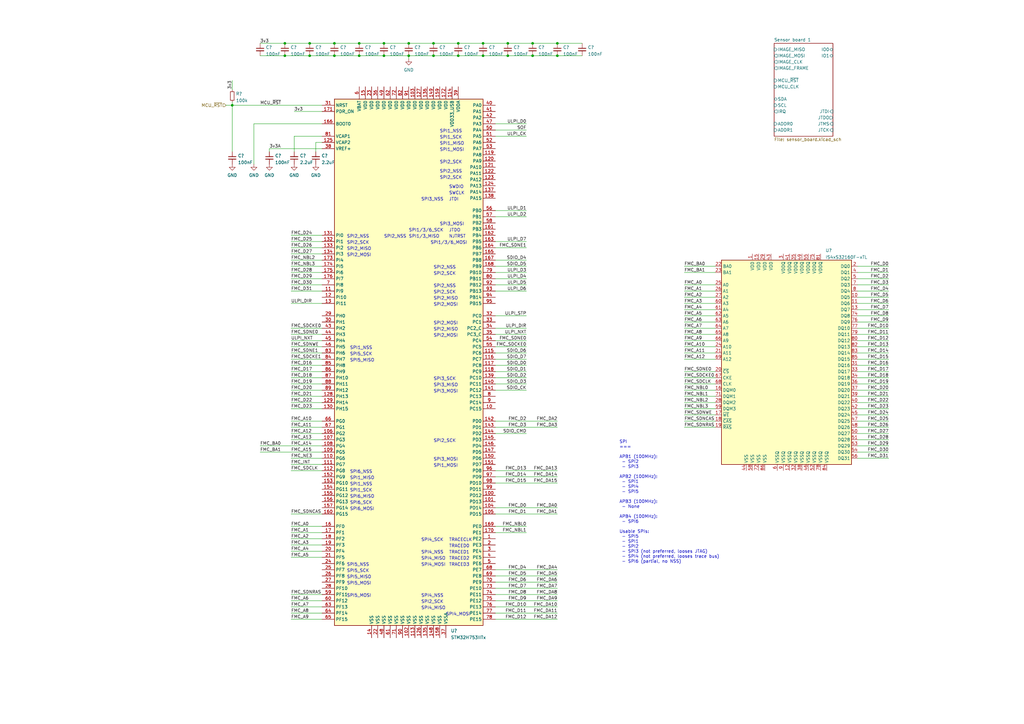
<source format=kicad_sch>
(kicad_sch (version 20211123) (generator eeschema)
  (paper "A3")
  (lib_symbols
    (symbol "Device:C_Small" (pin_numbers hide) (pin_names (offset 0.254) hide)
      (property "Reference" "C" (at 0.254 1.778 0))
      (property "Value" "C_Small" (at 0.254 -2.032 0))
      (symbol "C_Small_1_1"
        (pin passive line (at 0 2.54 270) (length 2.032) (name "~") (number "1"))
        (pin passive line (at 0 -2.54 90) (length 2.032) (name "~") (number "2"))
      )
    )
    (symbol "Device:R_Small" (pin_numbers hide) (pin_names (offset 0.254) hide)
      (property "Reference" "R" (at 0.762 0.508 0))
      (property "Value" "R_Small" (at 0.762 -1.016 0))
      (symbol "R_Small_1_1"
        (pin passive line (at 0 2.54 270) (length 0.762) (name "~") (number "1"))
        (pin passive line (at 0 -2.54 90) (length 0.762) (name "~") (number "2"))
      )
    )
    (symbol "MCU_ST_STM32H7:STM32H753IITx"
      (property "Reference" "U" (at -30.48 107.95 0))
      (property "Value" "STM32H753IITx" (at 22.86 107.95 0))
      (symbol "STM32H753IITx_1_1"
        (pin bidirectional line (at 35.56 -73.66 180) (length 5.08) (name "PE2") (number "1"))
        (pin bidirectional line (at 35.56 -20.32 180) (length 5.08) (name "PC15") (number "10"))
        (pin bidirectional line (at 35.56 -55.88 180) (length 5.08) (name "PD12") (number "100"))
        (pin bidirectional line (at 35.56 -58.42 180) (length 5.08) (name "PD13") (number "101"))
        (pin power_in line (at 0 -114.3 90) (length 5.08) (name "VSS") (number "102"))
        (pin power_in line (at 2.54 111.76 270) (length 5.08) (name "VDD") (number "103"))
        (pin bidirectional line (at 35.56 -60.96 180) (length 5.08) (name "PD14") (number "104"))
        (pin bidirectional line (at 35.56 -63.5 180) (length 5.08) (name "PD15") (number "105"))
        (pin bidirectional line (at -35.56 -30.48 0) (length 5.08) (name "PG2") (number "106"))
        (pin bidirectional line (at -35.56 -33.02 0) (length 5.08) (name "PG3") (number "107"))
        (pin bidirectional line (at -35.56 -35.56 0) (length 5.08) (name "PG4") (number "108"))
        (pin bidirectional line (at -35.56 -38.1 0) (length 5.08) (name "PG5") (number "109"))
        (pin bidirectional line (at -35.56 27.94 0) (length 5.08) (name "PI9") (number "11"))
        (pin bidirectional line (at -35.56 -40.64 0) (length 5.08) (name "PG6") (number "110"))
        (pin bidirectional line (at -35.56 -43.18 0) (length 5.08) (name "PG7") (number "111"))
        (pin bidirectional line (at -35.56 -45.72 0) (length 5.08) (name "PG8") (number "112"))
        (pin power_in line (at 2.54 -114.3 90) (length 5.08) (name "VSS") (number "113"))
        (pin power_in line (at 17.78 111.76 270) (length 5.08) (name "VDD33_USB") (number "114"))
        (pin bidirectional line (at 35.56 2.54 180) (length 5.08) (name "PC6") (number "115"))
        (pin bidirectional line (at 35.56 0 180) (length 5.08) (name "PC7") (number "116"))
        (pin bidirectional line (at 35.56 -2.54 180) (length 5.08) (name "PC8") (number "117"))
        (pin bidirectional line (at 35.56 -5.08 180) (length 5.08) (name "PC9") (number "118"))
        (pin bidirectional line (at 35.56 83.82 180) (length 5.08) (name "PA8") (number "119"))
        (pin bidirectional line (at -35.56 25.4 0) (length 5.08) (name "PI10") (number "12"))
        (pin bidirectional line (at 35.56 81.28 180) (length 5.08) (name "PA9") (number "120"))
        (pin bidirectional line (at 35.56 78.74 180) (length 5.08) (name "PA10") (number "121"))
        (pin bidirectional line (at 35.56 76.2 180) (length 5.08) (name "PA11") (number "122"))
        (pin bidirectional line (at 35.56 73.66 180) (length 5.08) (name "PA12") (number "123"))
        (pin bidirectional line (at 35.56 71.12 180) (length 5.08) (name "PA13") (number "124"))
        (pin power_in line (at -35.56 88.9 0) (length 5.08) (name "VCAP2") (number "125"))
        (pin power_in line (at 5.08 -114.3 90) (length 5.08) (name "VSS") (number "126"))
        (pin power_in line (at 5.08 111.76 270) (length 5.08) (name "VDD") (number "127"))
        (pin bidirectional line (at -35.56 -15.24 0) (length 5.08) (name "PH13") (number "128"))
        (pin bidirectional line (at -35.56 -17.78 0) (length 5.08) (name "PH14") (number "129"))
        (pin bidirectional line (at -35.56 22.86 0) (length 5.08) (name "PI11") (number "13"))
        (pin bidirectional line (at -35.56 -20.32 0) (length 5.08) (name "PH15") (number "130"))
        (pin bidirectional line (at -35.56 50.8 0) (length 5.08) (name "PI0") (number "131"))
        (pin bidirectional line (at -35.56 48.26 0) (length 5.08) (name "PI1") (number "132"))
        (pin bidirectional line (at -35.56 45.72 0) (length 5.08) (name "PI2") (number "133"))
        (pin bidirectional line (at -35.56 43.18 0) (length 5.08) (name "PI3") (number "134"))
        (pin power_in line (at 7.62 -114.3 90) (length 5.08) (name "VSS") (number "135"))
        (pin power_in line (at 7.62 111.76 270) (length 5.08) (name "VDD") (number "136"))
        (pin bidirectional line (at 35.56 68.58 180) (length 5.08) (name "PA14") (number "137"))
        (pin bidirectional line (at 35.56 66.04 180) (length 5.08) (name "PA15") (number "138"))
        (pin bidirectional line (at 35.56 -7.62 180) (length 5.08) (name "PC10") (number "139"))
        (pin power_in line (at -15.24 -114.3 90) (length 5.08) (name "VSS") (number "14"))
        (pin bidirectional line (at 35.56 -10.16 180) (length 5.08) (name "PC11") (number "140"))
        (pin bidirectional line (at 35.56 -12.7 180) (length 5.08) (name "PC12") (number "141"))
        (pin bidirectional line (at 35.56 -25.4 180) (length 5.08) (name "PD0") (number "142"))
        (pin bidirectional line (at 35.56 -27.94 180) (length 5.08) (name "PD1") (number "143"))
        (pin bidirectional line (at 35.56 -30.48 180) (length 5.08) (name "PD2") (number "144"))
        (pin bidirectional line (at 35.56 -33.02 180) (length 5.08) (name "PD3") (number "145"))
        (pin bidirectional line (at 35.56 -35.56 180) (length 5.08) (name "PD4") (number "146"))
        (pin bidirectional line (at 35.56 -38.1 180) (length 5.08) (name "PD5") (number "147"))
        (pin power_in line (at 10.16 -114.3 90) (length 5.08) (name "VSS") (number "148"))
        (pin power_in line (at 10.16 111.76 270) (length 5.08) (name "VDD") (number "149"))
        (pin power_in line (at -17.78 111.76 270) (length 5.08) (name "VDD") (number "15"))
        (pin bidirectional line (at 35.56 -40.64 180) (length 5.08) (name "PD6") (number "150"))
        (pin bidirectional line (at 35.56 -43.18 180) (length 5.08) (name "PD7") (number "151"))
        (pin bidirectional line (at -35.56 -48.26 0) (length 5.08) (name "PG9") (number "152"))
        (pin bidirectional line (at -35.56 -50.8 0) (length 5.08) (name "PG10") (number "153"))
        (pin bidirectional line (at -35.56 -53.34 0) (length 5.08) (name "PG11") (number "154"))
        (pin bidirectional line (at -35.56 -55.88 0) (length 5.08) (name "PG12") (number "155"))
        (pin bidirectional line (at -35.56 -58.42 0) (length 5.08) (name "PG13") (number "156"))
        (pin bidirectional line (at -35.56 -60.96 0) (length 5.08) (name "PG14") (number "157"))
        (pin power_in line (at 12.7 -114.3 90) (length 5.08) (name "VSS") (number "158"))
        (pin power_in line (at 12.7 111.76 270) (length 5.08) (name "VDD") (number "159"))
        (pin bidirectional line (at -35.56 -68.58 0) (length 5.08) (name "PF0") (number "16"))
        (pin bidirectional line (at -35.56 -63.5 0) (length 5.08) (name "PG15") (number "160"))
        (pin bidirectional line (at 35.56 53.34 180) (length 5.08) (name "PB3") (number "161"))
        (pin bidirectional line (at 35.56 50.8 180) (length 5.08) (name "PB4") (number "162"))
        (pin bidirectional line (at 35.56 48.26 180) (length 5.08) (name "PB5") (number "163"))
        (pin bidirectional line (at 35.56 45.72 180) (length 5.08) (name "PB6") (number "164"))
        (pin bidirectional line (at 35.56 43.18 180) (length 5.08) (name "PB7") (number "165"))
        (pin input line (at -35.56 96.52 0) (length 5.08) (name "BOOT0") (number "166"))
        (pin bidirectional line (at 35.56 40.64 180) (length 5.08) (name "PB8") (number "167"))
        (pin bidirectional line (at 35.56 38.1 180) (length 5.08) (name "PB9") (number "168"))
        (pin bidirectional line (at 35.56 -68.58 180) (length 5.08) (name "PE0") (number "169"))
        (pin bidirectional line (at -35.56 -71.12 0) (length 5.08) (name "PF1") (number "17"))
        (pin bidirectional line (at 35.56 -71.12 180) (length 5.08) (name "PE1") (number "170"))
        (pin input line (at -35.56 101.6 0) (length 5.08) (name "PDR_ON") (number "171"))
        (pin power_in line (at 15.24 111.76 270) (length 5.08) (name "VDD") (number "172"))
        (pin bidirectional line (at -35.56 40.64 0) (length 5.08) (name "PI4") (number "173"))
        (pin bidirectional line (at -35.56 38.1 0) (length 5.08) (name "PI5") (number "174"))
        (pin bidirectional line (at -35.56 35.56 0) (length 5.08) (name "PI6") (number "175"))
        (pin bidirectional line (at -35.56 33.02 0) (length 5.08) (name "PI7") (number "176"))
        (pin bidirectional line (at -35.56 -73.66 0) (length 5.08) (name "PF2") (number "18"))
        (pin bidirectional line (at -35.56 -76.2 0) (length 5.08) (name "PF3") (number "19"))
        (pin bidirectional line (at 35.56 -76.2 180) (length 5.08) (name "PE3") (number "2"))
        (pin bidirectional line (at -35.56 -78.74 0) (length 5.08) (name "PF4") (number "20"))
        (pin bidirectional line (at -35.56 -81.28 0) (length 5.08) (name "PF5") (number "21"))
        (pin power_in line (at -12.7 -114.3 90) (length 5.08) (name "VSS") (number "22"))
        (pin power_in line (at -15.24 111.76 270) (length 5.08) (name "VDD") (number "23"))
        (pin bidirectional line (at -35.56 -83.82 0) (length 5.08) (name "PF6") (number "24"))
        (pin bidirectional line (at -35.56 -86.36 0) (length 5.08) (name "PF7") (number "25"))
        (pin bidirectional line (at -35.56 -88.9 0) (length 5.08) (name "PF8") (number "26"))
        (pin bidirectional line (at -35.56 -91.44 0) (length 5.08) (name "PF9") (number "27"))
        (pin bidirectional line (at -35.56 -93.98 0) (length 5.08) (name "PF10") (number "28"))
        (pin input line (at -35.56 17.78 0) (length 5.08) (name "PH0") (number "29"))
        (pin bidirectional line (at 35.56 -78.74 180) (length 5.08) (name "PE4") (number "3"))
        (pin input line (at -35.56 15.24 0) (length 5.08) (name "PH1") (number "30"))
        (pin input line (at -35.56 104.14 0) (length 5.08) (name "NRST") (number "31"))
        (pin bidirectional line (at 35.56 17.78 180) (length 5.08) (name "PC0") (number "32"))
        (pin bidirectional line (at 35.56 15.24 180) (length 5.08) (name "PC1") (number "33"))
        (pin bidirectional line (at 35.56 12.7 180) (length 5.08) (name "PC2_C") (number "34"))
        (pin bidirectional line (at 35.56 10.16 180) (length 5.08) (name "PC3_C") (number "35"))
        (pin power_in line (at -12.7 111.76 270) (length 5.08) (name "VDD") (number "36"))
        (pin power_in line (at 15.24 -114.3 90) (length 5.08) (name "VSSA") (number "37"))
        (pin bidirectional line (at -35.56 86.36 0) (length 5.08) (name "VREF+") (number "38"))
        (pin power_in line (at 20.32 111.76 270) (length 5.08) (name "VDDA") (number "39"))
        (pin bidirectional line (at 35.56 -81.28 180) (length 5.08) (name "PE5") (number "4"))
        (pin bidirectional line (at 35.56 104.14 180) (length 5.08) (name "PA0") (number "40"))
        (pin bidirectional line (at 35.56 101.6 180) (length 5.08) (name "PA1") (number "41"))
        (pin bidirectional line (at 35.56 99.06 180) (length 5.08) (name "PA2") (number "42"))
        (pin bidirectional line (at -35.56 12.7 0) (length 5.08) (name "PH2") (number "43"))
        (pin bidirectional line (at -35.56 10.16 0) (length 5.08) (name "PH3") (number "44"))
        (pin bidirectional line (at -35.56 7.62 0) (length 5.08) (name "PH4") (number "45"))
        (pin bidirectional line (at -35.56 5.08 0) (length 5.08) (name "PH5") (number "46"))
        (pin bidirectional line (at 35.56 96.52 180) (length 5.08) (name "PA3") (number "47"))
        (pin power_in line (at -10.16 -114.3 90) (length 5.08) (name "VSS") (number "48"))
        (pin power_in line (at -10.16 111.76 270) (length 5.08) (name "VDD") (number "49"))
        (pin bidirectional line (at 35.56 -83.82 180) (length 5.08) (name "PE6") (number "5"))
        (pin bidirectional line (at 35.56 93.98 180) (length 5.08) (name "PA4") (number "50"))
        (pin bidirectional line (at 35.56 91.44 180) (length 5.08) (name "PA5") (number "51"))
        (pin bidirectional line (at 35.56 88.9 180) (length 5.08) (name "PA6") (number "52"))
        (pin bidirectional line (at 35.56 86.36 180) (length 5.08) (name "PA7") (number "53"))
        (pin bidirectional line (at 35.56 7.62 180) (length 5.08) (name "PC4") (number "54"))
        (pin bidirectional line (at 35.56 5.08 180) (length 5.08) (name "PC5") (number "55"))
        (pin bidirectional line (at 35.56 60.96 180) (length 5.08) (name "PB0") (number "56"))
        (pin bidirectional line (at 35.56 58.42 180) (length 5.08) (name "PB1") (number "57"))
        (pin bidirectional line (at 35.56 55.88 180) (length 5.08) (name "PB2") (number "58"))
        (pin bidirectional line (at -35.56 -96.52 0) (length 5.08) (name "PF11") (number "59"))
        (pin power_in line (at -20.32 111.76 270) (length 5.08) (name "VBAT") (number "6"))
        (pin bidirectional line (at -35.56 -99.06 0) (length 5.08) (name "PF12") (number "60"))
        (pin power_in line (at -7.62 -114.3 90) (length 5.08) (name "VSS") (number "61"))
        (pin power_in line (at -7.62 111.76 270) (length 5.08) (name "VDD") (number "62"))
        (pin bidirectional line (at -35.56 -101.6 0) (length 5.08) (name "PF13") (number "63"))
        (pin bidirectional line (at -35.56 -104.14 0) (length 5.08) (name "PF14") (number "64"))
        (pin bidirectional line (at -35.56 -106.68 0) (length 5.08) (name "PF15") (number "65"))
        (pin bidirectional line (at -35.56 -25.4 0) (length 5.08) (name "PG0") (number "66"))
        (pin bidirectional line (at -35.56 -27.94 0) (length 5.08) (name "PG1") (number "67"))
        (pin bidirectional line (at 35.56 -86.36 180) (length 5.08) (name "PE7") (number "68"))
        (pin bidirectional line (at 35.56 -88.9 180) (length 5.08) (name "PE8") (number "69"))
        (pin bidirectional line (at -35.56 30.48 0) (length 5.08) (name "PI8") (number "7"))
        (pin bidirectional line (at 35.56 -91.44 180) (length 5.08) (name "PE9") (number "70"))
        (pin power_in line (at -5.08 -114.3 90) (length 5.08) (name "VSS") (number "71"))
        (pin power_in line (at -5.08 111.76 270) (length 5.08) (name "VDD") (number "72"))
        (pin bidirectional line (at 35.56 -93.98 180) (length 5.08) (name "PE10") (number "73"))
        (pin bidirectional line (at 35.56 -96.52 180) (length 5.08) (name "PE11") (number "74"))
        (pin bidirectional line (at 35.56 -99.06 180) (length 5.08) (name "PE12") (number "75"))
        (pin bidirectional line (at 35.56 -101.6 180) (length 5.08) (name "PE13") (number "76"))
        (pin bidirectional line (at 35.56 -104.14 180) (length 5.08) (name "PE14") (number "77"))
        (pin bidirectional line (at 35.56 -106.68 180) (length 5.08) (name "PE15") (number "78"))
        (pin bidirectional line (at 35.56 35.56 180) (length 5.08) (name "PB10") (number "79"))
        (pin bidirectional line (at 35.56 -15.24 180) (length 5.08) (name "PC13") (number "8"))
        (pin bidirectional line (at 35.56 33.02 180) (length 5.08) (name "PB11") (number "80"))
        (pin power_in line (at -35.56 91.44 0) (length 5.08) (name "VCAP1") (number "81"))
        (pin power_in line (at -2.54 111.76 270) (length 5.08) (name "VDD") (number "82"))
        (pin bidirectional line (at -35.56 2.54 0) (length 5.08) (name "PH6") (number "83"))
        (pin bidirectional line (at -35.56 0 0) (length 5.08) (name "PH7") (number "84"))
        (pin bidirectional line (at -35.56 -2.54 0) (length 5.08) (name "PH8") (number "85"))
        (pin bidirectional line (at -35.56 -5.08 0) (length 5.08) (name "PH9") (number "86"))
        (pin bidirectional line (at -35.56 -7.62 0) (length 5.08) (name "PH10") (number "87"))
        (pin bidirectional line (at -35.56 -10.16 0) (length 5.08) (name "PH11") (number "88"))
        (pin bidirectional line (at -35.56 -12.7 0) (length 5.08) (name "PH12") (number "89"))
        (pin bidirectional line (at 35.56 -17.78 180) (length 5.08) (name "PC14") (number "9"))
        (pin power_in line (at -2.54 -114.3 90) (length 5.08) (name "VSS") (number "90"))
        (pin power_in line (at 0 111.76 270) (length 5.08) (name "VDD") (number "91"))
        (pin bidirectional line (at 35.56 30.48 180) (length 5.08) (name "PB12") (number "92"))
        (pin bidirectional line (at 35.56 27.94 180) (length 5.08) (name "PB13") (number "93"))
        (pin bidirectional line (at 35.56 25.4 180) (length 5.08) (name "PB14") (number "94"))
        (pin bidirectional line (at 35.56 22.86 180) (length 5.08) (name "PB15") (number "95"))
        (pin bidirectional line (at 35.56 -45.72 180) (length 5.08) (name "PD8") (number "96"))
        (pin bidirectional line (at 35.56 -48.26 180) (length 5.08) (name "PD9") (number "97"))
        (pin bidirectional line (at 35.56 -50.8 180) (length 5.08) (name "PD10") (number "98"))
        (pin bidirectional line (at 35.56 -53.34 180) (length 5.08) (name "PD11") (number "99"))
      )
    )
    (symbol "Memory_RAM_ISSI:IS4xS32160F-xTL"
      (property "Reference" "U" (at -24.13 43.18 0))
      (property "Value" "IS4xS32160F-xTL" (at 1.27 0 0))
      (symbol "IS4xS32160F-xTL_0_0"
        (pin input line (at -29.21 3.81 0) (length 2.54) (name "A11") (number "21"))
        (pin power_in line (at -13.97 -44.45 90) (length 2.54) (name "VSS") (number "58"))
        (pin input line (at -29.21 -19.05 0) (length 2.54) (name "DQM3") (number "59"))
        (pin input line (at -29.21 24.13 0) (length 2.54) (name "A3") (number "60"))
        (pin input line (at -29.21 21.59 0) (length 2.54) (name "A4") (number "61"))
        (pin input line (at -29.21 19.05 0) (length 2.54) (name "A5") (number "62"))
        (pin input line (at -29.21 16.51 0) (length 2.54) (name "A6") (number "63"))
        (pin input line (at -29.21 13.97 0) (length 2.54) (name "A7") (number "64"))
        (pin input line (at -29.21 11.43 0) (length 2.54) (name "A8") (number "65"))
        (pin input line (at -29.21 8.89 0) (length 2.54) (name "A9") (number "66"))
        (pin input line (at -29.21 -6.35 0) (length 2.54) (name "CKE") (number "67"))
        (pin input line (at -29.21 -8.89 0) (length 2.54) (name "CLK") (number "68"))
        (pin input line (at -29.21 1.27 0) (length 2.54) (name "A12") (number "69"))
        (pin input line (at -29.21 -13.97 0) (length 2.54) (name "DQM1") (number "71"))
        (pin power_in line (at -11.43 -44.45 90) (length 2.54) (name "VSS") (number "72"))
        (pin bidirectional line (at 29.21 19.05 180) (length 2.54) (name "DQ8") (number "74"))
        (pin power_in line (at 11.43 44.45 270) (length 2.54) (name "VDDQ") (number "75"))
        (pin bidirectional line (at 29.21 16.51 180) (length 2.54) (name "DQ9") (number "76"))
        (pin bidirectional line (at 29.21 13.97 180) (length 2.54) (name "DQ10") (number "77"))
        (pin power_in line (at 13.97 -44.45 90) (length 2.54) (name "VSSQ") (number "78"))
        (pin bidirectional line (at 29.21 11.43 180) (length 2.54) (name "DQ11") (number "79"))
        (pin bidirectional line (at 29.21 8.89 180) (length 2.54) (name "DQ12") (number "80"))
        (pin power_in line (at 13.97 44.45 270) (length 2.54) (name "VDDQ") (number "81"))
        (pin bidirectional line (at 29.21 6.35 180) (length 2.54) (name "DQ13") (number "82"))
        (pin bidirectional line (at 29.21 3.81 180) (length 2.54) (name "DQ14") (number "83"))
        (pin power_in line (at 16.51 -44.45 90) (length 2.54) (name "VSSQ") (number "84"))
        (pin bidirectional line (at 29.21 1.27 180) (length 2.54) (name "DQ15") (number "85"))
        (pin power_in line (at -8.89 -44.45 90) (length 2.54) (name "VSS") (number "86"))
      )
      (symbol "IS4xS32160F-xTL_1_1"
        (pin power_in line (at -13.97 44.45 270) (length 2.54) (name "VDD") (number "1"))
        (pin bidirectional line (at 29.21 26.67 180) (length 2.54) (name "DQ5") (number "10"))
        (pin bidirectional line (at 29.21 24.13 180) (length 2.54) (name "DQ6") (number "11"))
        (pin power_in line (at 1.27 -44.45 90) (length 2.54) (name "VSSQ") (number "12"))
        (pin bidirectional line (at 29.21 21.59 180) (length 2.54) (name "DQ7") (number "13"))
        (pin power_in line (at -11.43 44.45 270) (length 2.54) (name "VDD") (number "15"))
        (pin input line (at -29.21 -11.43 0) (length 2.54) (name "DQM0") (number "16"))
        (pin input line (at -29.21 -21.59 0) (length 2.54) (name "~{WE}") (number "17"))
        (pin input line (at -29.21 -24.13 0) (length 2.54) (name "~{CAS}") (number "18"))
        (pin input line (at -29.21 -26.67 0) (length 2.54) (name "~{RAS}") (number "19"))
        (pin bidirectional line (at 29.21 39.37 180) (length 2.54) (name "DQ0") (number "2"))
        (pin input line (at -29.21 -3.81 0) (length 2.54) (name "~{CS}") (number "20"))
        (pin input line (at -29.21 39.37 0) (length 2.54) (name "BA0") (number "22"))
        (pin input line (at -29.21 36.83 0) (length 2.54) (name "BA1") (number "23"))
        (pin input line (at -29.21 6.35 0) (length 2.54) (name "A10") (number "24"))
        (pin input line (at -29.21 31.75 0) (length 2.54) (name "A0") (number "25"))
        (pin input line (at -29.21 29.21 0) (length 2.54) (name "A1") (number "26"))
        (pin input line (at -29.21 26.67 0) (length 2.54) (name "A2") (number "27"))
        (pin input line (at -29.21 -16.51 0) (length 2.54) (name "DQM2") (number "28"))
        (pin power_in line (at -8.89 44.45 270) (length 2.54) (name "VDD") (number "29"))
        (pin power_in line (at -1.27 44.45 270) (length 2.54) (name "VDDQ") (number "3"))
        (pin bidirectional line (at 29.21 -1.27 180) (length 2.54) (name "DQ16") (number "31"))
        (pin power_in line (at 3.81 -44.45 90) (length 2.54) (name "VSSQ") (number "32"))
        (pin bidirectional line (at 29.21 -3.81 180) (length 2.54) (name "DQ17") (number "33"))
        (pin bidirectional line (at 29.21 -6.35 180) (length 2.54) (name "DQ18") (number "34"))
        (pin power_in line (at 3.81 44.45 270) (length 2.54) (name "VDDQ") (number "35"))
        (pin bidirectional line (at 29.21 -8.89 180) (length 2.54) (name "DQ19") (number "36"))
        (pin bidirectional line (at 29.21 -11.43 180) (length 2.54) (name "DQ20") (number "37"))
        (pin power_in line (at 6.35 -44.45 90) (length 2.54) (name "VSSQ") (number "38"))
        (pin bidirectional line (at 29.21 -13.97 180) (length 2.54) (name "DQ21") (number "39"))
        (pin bidirectional line (at 29.21 36.83 180) (length 2.54) (name "DQ1") (number "4"))
        (pin bidirectional line (at 29.21 -16.51 180) (length 2.54) (name "DQ22") (number "40"))
        (pin power_in line (at 1.27 44.45 270) (length 2.54) (name "VDDQ") (number "41"))
        (pin bidirectional line (at 29.21 -19.05 180) (length 2.54) (name "DQ23") (number "42"))
        (pin power_in line (at -6.35 44.45 270) (length 2.54) (name "VDD") (number "43"))
        (pin power_in line (at -16.51 -44.45 90) (length 2.54) (name "VSS") (number "44"))
        (pin bidirectional line (at 29.21 -21.59 180) (length 2.54) (name "DQ24") (number "45"))
        (pin power_in line (at 8.89 -44.45 90) (length 2.54) (name "VSSQ") (number "46"))
        (pin bidirectional line (at 29.21 -24.13 180) (length 2.54) (name "DQ25") (number "47"))
        (pin bidirectional line (at 29.21 -26.67 180) (length 2.54) (name "DQ26") (number "48"))
        (pin power_in line (at 6.35 44.45 270) (length 2.54) (name "VDDQ") (number "49"))
        (pin bidirectional line (at 29.21 34.29 180) (length 2.54) (name "DQ2") (number "5"))
        (pin bidirectional line (at 29.21 -29.21 180) (length 2.54) (name "DQ27") (number "50"))
        (pin bidirectional line (at 29.21 -31.75 180) (length 2.54) (name "DQ28") (number "51"))
        (pin power_in line (at 11.43 -44.45 90) (length 2.54) (name "VSSQ") (number "52"))
        (pin bidirectional line (at 29.21 -34.29 180) (length 2.54) (name "DQ29") (number "53"))
        (pin bidirectional line (at 29.21 -36.83 180) (length 2.54) (name "DQ30") (number "54"))
        (pin power_in line (at 8.89 44.45 270) (length 2.54) (name "VDDQ") (number "55"))
        (pin bidirectional line (at 29.21 -39.37 180) (length 2.54) (name "DQ31") (number "56"))
        (pin power_in line (at -3.81 -44.45 90) (length 2.54) (name "VSSQ") (number "6"))
        (pin bidirectional line (at 29.21 31.75 180) (length 2.54) (name "DQ3") (number "7"))
        (pin bidirectional line (at 29.21 29.21 180) (length 2.54) (name "DQ4") (number "8"))
        (pin power_in line (at -1.27 -44.45 90) (length 2.54) (name "VSSQ") (number "9"))
      )
    )
    (symbol "power:GND" (power) (pin_names (offset 0))
      (property "Value" "GND" (at 0 -3.81 0))
      (symbol "GND_1_1"
        (pin power_in line (at 0 0 270) (length 0) hide (name "GND") (number "1"))
      )
    )
  )
  (junction (at 157.48 17.78))
  (junction (at 187.96 22.86))
  (junction (at 218.44 17.78))
  (junction (at 167.64 22.86))
  (junction (at 177.8 22.86))
  (junction (at 198.12 22.86))
  (junction (at 137.16 22.86))
  (junction (at 228.6 17.78))
  (junction (at 198.12 17.78))
  (junction (at 127 17.78))
  (junction (at 147.32 17.78))
  (junction (at 177.8 17.78))
  (junction (at 147.32 22.86))
  (junction (at 157.48 22.86))
  (junction (at 116.84 17.78))
  (junction (at 208.28 17.78))
  (junction (at 208.28 22.86))
  (junction (at 187.96 17.78))
  (junction (at 137.16 17.78))
  (junction (at 95.25 43.18))
  (junction (at 127 22.86))
  (junction (at 218.44 22.86))
  (junction (at 116.84 22.86))
  (junction (at 228.6 22.86))
  (junction (at 167.64 17.78))
  (wire (pts (xy 364.49 172.72) (xy 351.79 172.72)))
  (wire (pts (xy 364.49 177.8) (xy 351.79 177.8)))
  (wire (pts (xy 203.2 157.48) (xy 215.9 157.48)))
  (wire (pts (xy 364.49 180.34) (xy 351.79 180.34)))
  (wire (pts (xy 280.67 129.54) (xy 293.37 129.54)))
  (wire (pts (xy 364.49 160.02) (xy 351.79 160.02)))
  (wire (pts (xy 280.67 157.48) (xy 293.37 157.48)))
  (wire (pts (xy 351.79 139.7) (xy 364.49 139.7)))
  (wire (pts (xy 95.25 33.02) (xy 95.25 36.83)))
  (wire (pts (xy 119.38 157.48) (xy 132.08 157.48)))
  (wire (pts (xy 280.67 139.7) (xy 293.37 139.7)))
  (wire (pts (xy 104.14 50.8) (xy 132.08 50.8)))
  (wire (pts (xy 119.38 167.64) (xy 132.08 167.64)))
  (wire (pts (xy 119.38 111.76) (xy 132.08 111.76)))
  (wire (pts (xy 119.38 101.6) (xy 132.08 101.6)))
  (wire (pts (xy 147.32 17.78) (xy 157.48 17.78)))
  (wire (pts (xy 119.38 142.24) (xy 132.08 142.24)))
  (wire (pts (xy 280.67 165.1) (xy 293.37 165.1)))
  (wire (pts (xy 119.38 154.94) (xy 132.08 154.94)))
  (wire (pts (xy 364.49 157.48) (xy 351.79 157.48)))
  (wire (pts (xy 215.9 50.8) (xy 203.2 50.8)))
  (wire (pts (xy 280.67 167.64) (xy 293.37 167.64)))
  (wire (pts (xy 203.2 198.12) (xy 228.6 198.12)))
  (wire (pts (xy 119.38 165.1) (xy 132.08 165.1)))
  (wire (pts (xy 137.16 17.78) (xy 147.32 17.78)))
  (wire (pts (xy 198.12 22.86) (xy 208.28 22.86)))
  (wire (pts (xy 119.38 104.14) (xy 132.08 104.14)))
  (wire (pts (xy 119.38 172.72) (xy 132.08 172.72)))
  (wire (pts (xy 119.38 106.68) (xy 132.08 106.68)))
  (wire (pts (xy 177.8 22.86) (xy 187.96 22.86)))
  (wire (pts (xy 119.38 134.62) (xy 132.08 134.62)))
  (wire (pts (xy 280.67 116.84) (xy 293.37 116.84)))
  (wire (pts (xy 215.9 53.34) (xy 203.2 53.34)))
  (wire (pts (xy 119.38 220.98) (xy 132.08 220.98)))
  (wire (pts (xy 119.38 215.9) (xy 132.08 215.9)))
  (wire (pts (xy 167.64 22.86) (xy 167.64 24.13)))
  (wire (pts (xy 364.49 152.4) (xy 351.79 152.4)))
  (wire (pts (xy 280.67 142.24) (xy 293.37 142.24)))
  (wire (pts (xy 119.38 248.92) (xy 132.08 248.92)))
  (wire (pts (xy 119.38 180.34) (xy 132.08 180.34)))
  (wire (pts (xy 119.38 210.82) (xy 132.08 210.82)))
  (wire (pts (xy 351.79 121.92) (xy 364.49 121.92)))
  (wire (pts (xy 208.28 17.78) (xy 218.44 17.78)))
  (wire (pts (xy 351.79 129.54) (xy 364.49 129.54)))
  (wire (pts (xy 351.79 124.46) (xy 364.49 124.46)))
  (wire (pts (xy 280.67 137.16) (xy 293.37 137.16)))
  (wire (pts (xy 203.2 254) (xy 228.6 254)))
  (wire (pts (xy 119.38 246.38) (xy 132.08 246.38)))
  (wire (pts (xy 119.38 144.78) (xy 132.08 144.78)))
  (wire (pts (xy 119.38 251.46) (xy 132.08 251.46)))
  (wire (pts (xy 280.67 160.02) (xy 293.37 160.02)))
  (wire (pts (xy 351.79 127) (xy 364.49 127)))
  (wire (pts (xy 364.49 182.88) (xy 351.79 182.88)))
  (wire (pts (xy 187.96 22.86) (xy 198.12 22.86)))
  (wire (pts (xy 218.44 22.86) (xy 228.6 22.86)))
  (wire (pts (xy 203.2 106.68) (xy 215.9 106.68)))
  (wire (pts (xy 215.9 116.84) (xy 203.2 116.84)))
  (wire (pts (xy 203.2 149.86) (xy 215.9 149.86)))
  (wire (pts (xy 92.71 43.18) (xy 95.25 43.18)))
  (wire (pts (xy 203.2 238.76) (xy 228.6 238.76)))
  (wire (pts (xy 203.2 152.4) (xy 215.9 152.4)))
  (wire (pts (xy 351.79 142.24) (xy 364.49 142.24)))
  (wire (pts (xy 280.67 121.92) (xy 293.37 121.92)))
  (wire (pts (xy 364.49 165.1) (xy 351.79 165.1)))
  (wire (pts (xy 119.38 149.86) (xy 132.08 149.86)))
  (wire (pts (xy 208.28 22.86) (xy 218.44 22.86)))
  (wire (pts (xy 119.38 190.5) (xy 132.08 190.5)))
  (wire (pts (xy 280.67 109.22) (xy 293.37 109.22)))
  (wire (pts (xy 119.38 114.3) (xy 132.08 114.3)))
  (wire (pts (xy 95.25 41.91) (xy 95.25 43.18)))
  (wire (pts (xy 364.49 167.64) (xy 351.79 167.64)))
  (wire (pts (xy 280.67 154.94) (xy 293.37 154.94)))
  (wire (pts (xy 351.79 137.16) (xy 364.49 137.16)))
  (wire (pts (xy 215.9 55.88) (xy 203.2 55.88)))
  (wire (pts (xy 215.9 137.16) (xy 203.2 137.16)))
  (wire (pts (xy 215.9 101.6) (xy 203.2 101.6)))
  (wire (pts (xy 203.2 160.02) (xy 215.9 160.02)))
  (wire (pts (xy 119.38 223.52) (xy 132.08 223.52)))
  (wire (pts (xy 351.79 147.32) (xy 364.49 147.32)))
  (wire (pts (xy 119.38 124.46) (xy 132.08 124.46)))
  (wire (pts (xy 132.08 60.96) (xy 110.49 60.96)))
  (wire (pts (xy 119.38 254) (xy 132.08 254)))
  (wire (pts (xy 203.2 210.82) (xy 228.6 210.82)))
  (wire (pts (xy 119.38 139.7) (xy 132.08 139.7)))
  (wire (pts (xy 215.9 215.9) (xy 203.2 215.9)))
  (wire (pts (xy 198.12 17.78) (xy 208.28 17.78)))
  (wire (pts (xy 119.38 175.26) (xy 132.08 175.26)))
  (wire (pts (xy 120.65 55.88) (xy 120.65 62.23)))
  (wire (pts (xy 147.32 22.86) (xy 157.48 22.86)))
  (wire (pts (xy 351.79 116.84) (xy 364.49 116.84)))
  (wire (pts (xy 137.16 22.86) (xy 147.32 22.86)))
  (wire (pts (xy 364.49 149.86) (xy 351.79 149.86)))
  (wire (pts (xy 228.6 22.86) (xy 238.76 22.86)))
  (wire (pts (xy 203.2 154.94) (xy 215.9 154.94)))
  (wire (pts (xy 364.49 154.94) (xy 351.79 154.94)))
  (wire (pts (xy 119.38 160.02) (xy 132.08 160.02)))
  (wire (pts (xy 119.38 243.84) (xy 132.08 243.84)))
  (wire (pts (xy 203.2 144.78) (xy 215.9 144.78)))
  (wire (pts (xy 215.9 86.36) (xy 203.2 86.36)))
  (wire (pts (xy 215.9 99.06) (xy 203.2 99.06)))
  (wire (pts (xy 167.64 17.78) (xy 177.8 17.78)))
  (wire (pts (xy 203.2 193.04) (xy 228.6 193.04)))
  (wire (pts (xy 280.67 119.38) (xy 293.37 119.38)))
  (wire (pts (xy 120.65 45.72) (xy 132.08 45.72)))
  (wire (pts (xy 95.25 62.23) (xy 95.25 43.18)))
  (wire (pts (xy 106.68 17.78) (xy 116.84 17.78)))
  (wire (pts (xy 119.38 96.52) (xy 132.08 96.52)))
  (wire (pts (xy 203.2 246.38) (xy 228.6 246.38)))
  (wire (pts (xy 110.49 60.96) (xy 110.49 62.23)))
  (wire (pts (xy 119.38 147.32) (xy 132.08 147.32)))
  (wire (pts (xy 116.84 17.78) (xy 127 17.78)))
  (wire (pts (xy 127 22.86) (xy 137.16 22.86)))
  (wire (pts (xy 364.49 185.42) (xy 351.79 185.42)))
  (wire (pts (xy 215.9 111.76) (xy 203.2 111.76)))
  (wire (pts (xy 119.38 162.56) (xy 132.08 162.56)))
  (wire (pts (xy 280.67 170.18) (xy 293.37 170.18)))
  (wire (pts (xy 132.08 58.42) (xy 129.54 58.42)))
  (wire (pts (xy 280.67 134.62) (xy 293.37 134.62)))
  (wire (pts (xy 280.67 124.46) (xy 293.37 124.46)))
  (wire (pts (xy 215.9 139.7) (xy 203.2 139.7)))
  (wire (pts (xy 167.64 22.86) (xy 177.8 22.86)))
  (wire (pts (xy 203.2 248.92) (xy 228.6 248.92)))
  (wire (pts (xy 364.49 175.26) (xy 351.79 175.26)))
  (wire (pts (xy 203.2 243.84) (xy 228.6 243.84)))
  (wire (pts (xy 215.9 134.62) (xy 203.2 134.62)))
  (wire (pts (xy 119.38 119.38) (xy 132.08 119.38)))
  (wire (pts (xy 95.25 43.18) (xy 132.08 43.18)))
  (wire (pts (xy 351.79 134.62) (xy 364.49 134.62)))
  (wire (pts (xy 203.2 172.72) (xy 228.6 172.72)))
  (wire (pts (xy 203.2 251.46) (xy 228.6 251.46)))
  (wire (pts (xy 280.67 132.08) (xy 293.37 132.08)))
  (wire (pts (xy 203.2 241.3) (xy 228.6 241.3)))
  (wire (pts (xy 280.67 127) (xy 293.37 127)))
  (wire (pts (xy 119.38 218.44) (xy 132.08 218.44)))
  (wire (pts (xy 215.9 218.44) (xy 203.2 218.44)))
  (wire (pts (xy 106.68 182.88) (xy 132.08 182.88)))
  (wire (pts (xy 203.2 147.32) (xy 215.9 147.32)))
  (wire (pts (xy 215.9 88.9) (xy 203.2 88.9)))
  (wire (pts (xy 127 17.78) (xy 137.16 17.78)))
  (wire (pts (xy 280.67 175.26) (xy 293.37 175.26)))
  (wire (pts (xy 351.79 109.22) (xy 364.49 109.22)))
  (wire (pts (xy 177.8 17.78) (xy 187.96 17.78)))
  (wire (pts (xy 119.38 152.4) (xy 132.08 152.4)))
  (wire (pts (xy 203.2 233.68) (xy 228.6 233.68)))
  (wire (pts (xy 215.9 114.3) (xy 203.2 114.3)))
  (wire (pts (xy 119.38 99.06) (xy 132.08 99.06)))
  (wire (pts (xy 187.96 17.78) (xy 198.12 17.78)))
  (wire (pts (xy 215.9 119.38) (xy 203.2 119.38)))
  (wire (pts (xy 119.38 228.6) (xy 132.08 228.6)))
  (wire (pts (xy 119.38 187.96) (xy 132.08 187.96)))
  (wire (pts (xy 106.68 22.86) (xy 116.84 22.86)))
  (wire (pts (xy 157.48 22.86) (xy 167.64 22.86)))
  (wire (pts (xy 203.2 109.22) (xy 215.9 109.22)))
  (wire (pts (xy 203.2 208.28) (xy 228.6 208.28)))
  (wire (pts (xy 364.49 170.18) (xy 351.79 170.18)))
  (wire (pts (xy 351.79 119.38) (xy 364.49 119.38)))
  (wire (pts (xy 157.48 17.78) (xy 167.64 17.78)))
  (wire (pts (xy 119.38 193.04) (xy 132.08 193.04)))
  (wire (pts (xy 119.38 109.22) (xy 132.08 109.22)))
  (wire (pts (xy 364.49 162.56) (xy 351.79 162.56)))
  (wire (pts (xy 351.79 144.78) (xy 364.49 144.78)))
  (wire (pts (xy 215.9 142.24) (xy 203.2 142.24)))
  (wire (pts (xy 215.9 129.54) (xy 203.2 129.54)))
  (wire (pts (xy 119.38 137.16) (xy 132.08 137.16)))
  (wire (pts (xy 119.38 226.06) (xy 132.08 226.06)))
  (wire (pts (xy 119.38 177.8) (xy 132.08 177.8)))
  (wire (pts (xy 280.67 152.4) (xy 293.37 152.4)))
  (wire (pts (xy 218.44 17.78) (xy 228.6 17.78)))
  (wire (pts (xy 280.67 172.72) (xy 293.37 172.72)))
  (wire (pts (xy 280.67 111.76) (xy 293.37 111.76)))
  (wire (pts (xy 280.67 162.56) (xy 293.37 162.56)))
  (wire (pts (xy 119.38 116.84) (xy 132.08 116.84)))
  (wire (pts (xy 280.67 147.32) (xy 293.37 147.32)))
  (wire (pts (xy 203.2 236.22) (xy 228.6 236.22)))
  (wire (pts (xy 116.84 22.86) (xy 127 22.86)))
  (wire (pts (xy 203.2 195.58) (xy 228.6 195.58)))
  (wire (pts (xy 351.79 114.3) (xy 364.49 114.3)))
  (wire (pts (xy 351.79 111.76) (xy 364.49 111.76)))
  (wire (pts (xy 104.14 50.8) (xy 104.14 67.31)))
  (wire (pts (xy 106.68 185.42) (xy 132.08 185.42)))
  (wire (pts (xy 129.54 58.42) (xy 129.54 62.23)))
  (wire (pts (xy 203.2 175.26) (xy 228.6 175.26)))
  (wire (pts (xy 280.67 144.78) (xy 293.37 144.78)))
  (wire (pts (xy 351.79 132.08) (xy 364.49 132.08)))
  (wire (pts (xy 228.6 17.78) (xy 238.76 17.78)))
  (wire (pts (xy 364.49 187.96) (xy 351.79 187.96)))
  (wire (pts (xy 132.08 55.88) (xy 120.65 55.88)))
  (wire (pts (xy 203.2 177.8) (xy 215.9 177.8)))
  (text "SPI2_MISO" (at 142.24 102.87 0) (effects (font (size 1.27 1.27)) (justify left bottom)))
  (text "SPI1_NSS" (at 180.34 54.61 0) (effects (font (size 1.27 1.27)) (justify left bottom)))
  (text "SPI4_NSS" (at 172.72 245.11 0) (effects (font (size 1.27 1.27)) (justify left bottom)))
  (text "SPI6_SCK" (at 143.51 207.01 0) (effects (font (size 1.27 1.27)) (justify left bottom)))
  (text "SPI5_NSS" (at 142.24 232.41 0) (effects (font (size 1.27 1.27)) (justify left bottom)))
  (text "SPI5_SCK" (at 142.24 234.95 0) (effects (font (size 1.27 1.27)) (justify left bottom)))
  (text "SPI2_NSS" (at 180.34 71.12 0) (effects (font (size 1.27 1.27)) (justify left bottom)))
  (text "SPI4_MOSI" (at 182.88 252.73 0) (effects (font (size 1.27 1.27)) (justify left bottom)))
  (text "SPI2_NSS" (at 177.8 110.49 0) (effects (font (size 1.27 1.27)) (justify left bottom)))
  (text "SPI3_MOSI" (at 180.34 92.71 0) (effects (font (size 1.27 1.27)) (justify left bottom)))
  (text "SPI2_NSS" (at 157.48 97.79 0) (effects (font (size 1.27 1.27)) (justify left bottom)))
  (text "SPI5_SCK" (at 143.51 146.05 0) (effects (font (size 1.27 1.27)) (justify left bottom)))
  (text "TRACED2" (at 184.15 229.87 0) (effects (font (size 1.27 1.27)) (justify left bottom)))
  (text "SPI2_SCK" (at 177.8 120.65 0) (effects (font (size 1.27 1.27)) (justify left bottom)))
  (text "SPI2_NSS" (at 142.24 97.79 0) (effects (font (size 1.27 1.27)) (justify left bottom)))
  (text "JTDI" (at 184.15 82.55 0) (effects (font (size 1.27 1.27)) (justify left bottom)))
  (text "SPI2_MOSI" (at 142.24 105.41 0) (effects (font (size 1.27 1.27)) (justify left bottom)))
  (text "SPI6_MOSI" (at 143.51 209.55 0) (effects (font (size 1.27 1.27)) (justify left bottom)))
  (text "SPI3_MISO" (at 177.8 158.75 0) (effects (font (size 1.27 1.27)) (justify left bottom)))
  (text "SPI2_MISO" (at 177.8 123.19 0) (effects (font (size 1.27 1.27)) (justify left bottom)))
  (text "SPI1_SCK" (at 180.34 57.15 0) (effects (font (size 1.27 1.27)) (justify left bottom)))
  (text "SPI2_SCK" (at 177.8 181.61 0) (effects (font (size 1.27 1.27)) (justify left bottom)))
  (text "SPI5_MISO" (at 142.24 237.49 0) (effects (font (size 1.27 1.27)) (justify left bottom)))
  (text "SPI\n===\n\nAPB1 (100MHz):\n - SPI2\n - SPI3\n \nAPB2 (100MHz): \n - SPI1\n - SPI4\n - SPI5\n\nAPB3 (100MHz):\n - None\n\nAPB4 (100MHz):\n - SPI6\n\nUsable SPIs:\n - SPI5\n - SPI1\n - SPI2\n - SPI3 (not preferred, looses JTAG)\n - SPI4 (not preferred, looses trace bus)\n - SPI6 (partial, no NSS)" (at 254 231.14 0) (effects (font (size 1.27 1.27)) (justify left bottom)))
  (text "SPI1/3/6_MOSI" (at 176.53 100.33 0) (effects (font (size 1.27 1.27)) (justify left bottom)))
  (text "SPI1/3/6_SCK" (at 167.64 95.25 0) (effects (font (size 1.27 1.27)) (justify left bottom)))
  (text "SPI4_SCK" (at 172.72 222.25 0) (effects (font (size 1.27 1.27)) (justify left bottom)))
  (text "SWDIO" (at 184.15 77.47 0) (effects (font (size 1.27 1.27)) (justify left bottom)))
  (text "SPI2_MOSI" (at 177.8 138.43 0) (effects (font (size 1.27 1.27)) (justify left bottom)))
  (text "SPI2_NSS" (at 177.8 118.11 0) (effects (font (size 1.27 1.27)) (justify left bottom)))
  (text "SPI6_NSS" (at 143.51 194.31 0) (effects (font (size 1.27 1.27)) (justify left bottom)))
  (text "SPI1_MISO" (at 143.51 196.85 0) (effects (font (size 1.27 1.27)) (justify left bottom)))
  (text "SPI1_NSS" (at 143.51 143.51 0) (effects (font (size 1.27 1.27)) (justify left bottom)))
  (text "SPI1_MOSI" (at 177.8 191.77 0) (effects (font (size 1.27 1.27)) (justify left bottom)))
  (text "TRACED0" (at 184.15 224.79 0) (effects (font (size 1.27 1.27)) (justify left bottom)))
  (text "SPI2_SCK" (at 180.34 73.66 0) (effects (font (size 1.27 1.27)) (justify left bottom)))
  (text "SPI1_MOSI" (at 180.34 62.23 0) (effects (font (size 1.27 1.27)) (justify left bottom)))
  (text "SPI2_SCK" (at 180.34 67.31 0) (effects (font (size 1.27 1.27)) (justify left bottom)))
  (text "SPI2_MISO" (at 177.8 135.89 0) (effects (font (size 1.27 1.27)) (justify left bottom)))
  (text "SPI5_MISO" (at 143.51 148.59 0) (effects (font (size 1.27 1.27)) (justify left bottom)))
  (text "SPI2_SCK" (at 142.24 100.33 0) (effects (font (size 1.27 1.27)) (justify left bottom)))
  (text "SPI5_MOSI" (at 142.24 240.03 0) (effects (font (size 1.27 1.27)) (justify left bottom)))
  (text "SPI2_MOSI" (at 177.8 125.73 0) (effects (font (size 1.27 1.27)) (justify left bottom)))
  (text "SPI1_MISO" (at 180.34 59.69 0) (effects (font (size 1.27 1.27)) (justify left bottom)))
  (text "SPI3_SCK" (at 177.8 156.21 0) (effects (font (size 1.27 1.27)) (justify left bottom)))
  (text "SPI4_NSS" (at 172.72 227.33 0) (effects (font (size 1.27 1.27)) (justify left bottom)))
  (text "SPI1/3_MISO" (at 167.64 97.79 0) (effects (font (size 1.27 1.27)) (justify left bottom)))
  (text "SWCLK" (at 184.15 80.01 0) (effects (font (size 1.27 1.27)) (justify left bottom)))
  (text "NJTRST" (at 184.15 97.79 0) (effects (font (size 1.27 1.27)) (justify left bottom)))
  (text "SPI5_MOSI" (at 142.24 245.11 0) (effects (font (size 1.27 1.27)) (justify left bottom)))
  (text "TRACED3" (at 184.15 232.41 0) (effects (font (size 1.27 1.27)) (justify left bottom)))
  (text "JTDO" (at 184.15 95.25 0) (effects (font (size 1.27 1.27)) (justify left bottom)))
  (text "SPI3_NSS" (at 172.72 82.55 0) (effects (font (size 1.27 1.27)) (justify left bottom)))
  (text "SPI1_SCK" (at 143.51 201.93 0) (effects (font (size 1.27 1.27)) (justify left bottom)))
  (text "TRACED1" (at 184.15 227.33 0) (effects (font (size 1.27 1.27)) (justify left bottom)))
  (text "SPI4_MOSI" (at 172.72 232.41 0) (effects (font (size 1.27 1.27)) (justify left bottom)))
  (text "SPI4_MISO" (at 172.72 229.87 0) (effects (font (size 1.27 1.27)) (justify left bottom)))
  (text "SPI2_SCK" (at 172.72 247.65 0) (effects (font (size 1.27 1.27)) (justify left bottom)))
  (text "SPI1_NSS" (at 143.51 199.39 0) (effects (font (size 1.27 1.27)) (justify left bottom)))
  (text "SPI2_SCK" (at 177.8 113.03 0) (effects (font (size 1.27 1.27)) (justify left bottom)))
  (text "SPI3_MOSI" (at 177.8 161.29 0) (effects (font (size 1.27 1.27)) (justify left bottom)))
  (text "SPI4_MISO" (at 172.72 250.19 0) (effects (font (size 1.27 1.27)) (justify left bottom)))
  (text "TRACECLK" (at 184.15 222.25 0) (effects (font (size 1.27 1.27)) (justify left bottom)))
  (text "SPI2_MOSI" (at 177.8 133.35 0) (effects (font (size 1.27 1.27)) (justify left bottom)))
  (text "SPI6_MISO" (at 143.51 204.47 0) (effects (font (size 1.27 1.27)) (justify left bottom)))
  (text "TODO:\n- Check SDRAM pinout against datasheet" (at 435.61 115.57 0) (effects (font (size 5.08 5.08)) (justify left bottom)))
  (text "SPI3_MOSI" (at 177.8 189.23 0) (effects (font (size 1.27 1.27)) (justify left bottom)))
  (label "FMC_D3" (at 364.49 116.84 180))
  (label "FMC_SDCKE0" (at 119.38 134.62 0))
  (label "FMC_D10" (at 364.49 134.62 180))
  (label "FMC_D20" (at 119.38 160.02 0))
  (label "FMC_DA2" (at 228.6 172.72 180))
  (label "FMC_DA3" (at 228.6 175.26 180))
  (label "FMC_SDCKE0" (at 280.67 154.94 0))
  (label "FMC_D11" (at 364.49 137.16 180))
  (label "FMC_D12" (at 364.49 139.7 180))
  (label "ULPI_D6" (at 215.9 119.38 180))
  (label "FMC_D6" (at 215.9 238.76 180))
  (label "FMC_A7" (at 119.38 248.92 0))
  (label "SDIO_D7" (at 215.9 147.32 180))
  (label "FMC_D22" (at 364.49 165.1 180))
  (label "FMC_SDNWE" (at 280.67 170.18 0))
  (label "ULPI_D5" (at 215.9 116.84 180))
  (label "FMC_BA0" (at 280.67 109.22 0))
  (label "SDIO_CMD" (at 215.9 177.8 180))
  (label "FMC_D21" (at 119.38 162.56 0))
  (label "FMC_D12" (at 215.9 254 180))
  (label "FMC_A10" (at 119.38 172.72 0))
  (label "FMC_D26" (at 119.38 101.6 0))
  (label "FMC_D20" (at 364.49 160.02 180))
  (label "FMC_A7" (at 280.67 134.62 0))
  (label "ULPI_DIR" (at 119.38 124.46 0))
  (label "SDIO_D0" (at 215.9 149.86 180))
  (label "3v3" (at 95.25 33.02 270))
  (label "FMC_A0" (at 119.38 215.9 0))
  (label "MCU_~{RST}" (at 106.68 43.18 0))
  (label "FMC_D23" (at 119.38 167.64 0))
  (label "ULPI_STP" (at 215.9 129.54 180))
  (label "FMC_D16" (at 364.49 149.86 180))
  (label "FMC_NBL1" (at 215.9 218.44 180))
  (label "FMC_NBL3" (at 119.38 109.22 0))
  (label "FMC_DA8" (at 228.6 243.84 180))
  (label "FMC_D8" (at 364.49 129.54 180))
  (label "FMC_DA5" (at 228.6 236.22 180))
  (label "FMC_BA1" (at 280.67 111.76 0))
  (label "FMC_BA0" (at 106.68 182.88 0))
  (label "FMC_D18" (at 119.38 154.94 0))
  (label "FMC_SDCKE1" (at 119.38 147.32 0))
  (label "FMC_DA14" (at 228.6 195.58 180))
  (label "FMC_A5" (at 119.38 228.6 0))
  (label "FMC_D30" (at 119.38 116.84 0))
  (label "SDIO_D2" (at 215.9 154.94 180))
  (label "FMC_A14" (at 119.38 182.88 0))
  (label "FMC_A9" (at 119.38 254 0))
  (label "FMC_D27" (at 119.38 104.14 0))
  (label "FMC_A13" (at 119.38 180.34 0))
  (label "FMC_A9" (at 280.67 139.7 0))
  (label "FMC_D7" (at 215.9 241.3 180))
  (label "FMC_DA10" (at 228.6 248.92 180))
  (label "FMC_DA7" (at 228.6 241.3 180))
  (label "FMC_D19" (at 364.49 157.48 180))
  (label "FMC_A3" (at 280.67 124.46 0))
  (label "FMC_DA13" (at 228.6 193.04 180))
  (label "FMC_D30" (at 364.49 185.42 180))
  (label "FMC_A8" (at 119.38 251.46 0))
  (label "FMC_D14" (at 215.9 195.58 180))
  (label "FMC_D14" (at 364.49 144.78 180))
  (label "FMC_DA1" (at 228.6 210.82 180))
  (label "FMC_D29" (at 119.38 114.3 0))
  (label "ULPI_D7" (at 215.9 99.06 180))
  (label "FMC_SDNRAS" (at 119.38 243.84 0))
  (label "FMC_A3" (at 119.38 223.52 0))
  (label "FMC_A1" (at 280.67 119.38 0))
  (label "FMC_A11" (at 119.38 175.26 0))
  (label "SDIO_D6" (at 215.9 144.78 180))
  (label "ULPI_D1" (at 215.9 86.36 180))
  (label "FMC_D31" (at 364.49 187.96 180))
  (label "SDIO_D1" (at 215.9 152.4 180))
  (label "FMC_D16" (at 119.38 149.86 0))
  (label "ULPI_D0" (at 215.9 50.8 180))
  (label "FMC_DA4" (at 228.6 233.68 180))
  (label "FMC_DA15" (at 228.6 198.12 180))
  (label "FMC_A2" (at 119.38 220.98 0))
  (label "FMC_NBL2" (at 280.67 165.1 0))
  (label "FMC_A12" (at 280.67 147.32 0))
  (label "FMC_A5" (at 280.67 129.54 0))
  (label "FMC_A6" (at 280.67 132.08 0))
  (label "FMC_NBL1" (at 280.67 162.56 0))
  (label "SDIO_CK" (at 215.9 160.02 180))
  (label "FMC_SDCLK" (at 280.67 157.48 0))
  (label "FMC_D1" (at 215.9 210.82 180))
  (label "FMC_SDNRAS" (at 280.67 175.26 0))
  (label "FMC_A10" (at 280.67 142.24 0))
  (label "FMC_D10" (at 215.9 248.92 180))
  (label "FMC_D13" (at 364.49 142.24 180))
  (label "ULPI_D4" (at 215.9 114.3 180))
  (label "FMC_DA0" (at 228.6 208.28 180))
  (label "FMC_D17" (at 119.38 152.4 0))
  (label "FMC_INT" (at 119.38 190.5 0))
  (label "FMC_A1" (at 119.38 218.44 0))
  (label "SOF" (at 215.9 53.34 180))
  (label "FMC_D3" (at 215.9 175.26 180))
  (label "FMC_DA9" (at 228.6 246.38 180))
  (label "3v3A" (at 110.49 60.96 0))
  (label "FMC_D27" (at 364.49 177.8 180))
  (label "ULPI_D2" (at 215.9 88.9 180))
  (label "FMC_D25" (at 364.49 172.72 180))
  (label "ULPI_CK" (at 215.9 55.88 180))
  (label "ULPI_DIR" (at 215.9 134.62 180))
  (label "FMC_SDNE1" (at 119.38 144.78 0))
  (label "FMC_SDNE0" (at 215.9 139.7 180))
  (label "ULPI_D3" (at 215.9 111.76 180))
  (label "FMC_D15" (at 364.49 147.32 180))
  (label "FMC_D4" (at 364.49 119.38 180))
  (label "FMC_SDNCAS" (at 280.67 172.72 0))
  (label "FMC_D23" (at 364.49 167.64 180))
  (label "SDIO_D4" (at 215.9 106.68 180))
  (label "SDIO_D3" (at 215.9 157.48 180))
  (label "FMC_D8" (at 215.9 243.84 180))
  (label "FMC_NE3" (at 119.38 187.96 0))
  (label "FMC_D11" (at 215.9 251.46 180))
  (label "FMC_SDNE1" (at 215.9 101.6 180))
  (label "FMC_A15" (at 119.38 185.42 0))
  (label "FMC_SDNCAS" (at 119.38 210.82 0))
  (label "FMC_SDCKE0" (at 215.9 142.24 180))
  (label "FMC_D19" (at 119.38 157.48 0))
  (label "FMC_SDNE0" (at 119.38 137.16 0))
  (label "FMC_D18" (at 364.49 154.94 180))
  (label "FMC_A4" (at 119.38 226.06 0))
  (label "FMC_D26" (at 364.49 175.26 180))
  (label "FMC_A4" (at 280.67 127 0))
  (label "FMC_D9" (at 364.49 132.08 180))
  (label "FMC_DA6" (at 228.6 238.76 180))
  (label "FMC_D6" (at 364.49 124.46 180))
  (label "FMC_D0" (at 364.49 109.22 180))
  (label "FMC_A8" (at 280.67 137.16 0))
  (label "FMC_D31" (at 119.38 119.38 0))
  (label "FMC_D29" (at 364.49 182.88 180))
  (label "FMC_D5" (at 215.9 236.22 180))
  (label "SDIO_D5" (at 215.9 109.22 180))
  (label "FMC_A6" (at 119.38 246.38 0))
  (label "FMC_NBL0" (at 215.9 215.9 180))
  (label "FMC_SDNE0" (at 280.67 152.4 0))
  (label "FMC_A0" (at 280.67 116.84 0))
  (label "FMC_NBL0" (at 280.67 160.02 0))
  (label "3v3" (at 120.65 45.72 0))
  (label "FMC_D5" (at 364.49 121.92 180))
  (label "FMC_D17" (at 364.49 152.4 180))
  (label "FMC_D22" (at 119.38 165.1 0))
  (label "FMC_SDNWE" (at 119.38 142.24 0))
  (label "FMC_DA12" (at 228.6 254 180))
  (label "FMC_D1" (at 364.49 111.76 180))
  (label "FMC_A2" (at 280.67 121.92 0))
  (label "FMC_D4" (at 215.9 233.68 180))
  (label "FMC_A12" (at 119.38 177.8 0))
  (label "FMC_D25" (at 119.38 99.06 0))
  (label "ULPI_NXT" (at 119.38 139.7 0))
  (label "FMC_D7" (at 364.49 127 180))
  (label "3v3" (at 106.68 17.78 0))
  (label "FMC_BA1" (at 106.68 185.42 0))
  (label "FMC_D28" (at 119.38 111.76 0))
  (label "FMC_D15" (at 215.9 198.12 180))
  (label "FMC_NBL3" (at 280.67 167.64 0))
  (label "FMC_DA11" (at 228.6 251.46 180))
  (label "FMC_A11" (at 280.67 144.78 0))
  (label "FMC_D0" (at 215.9 208.28 180))
  (label "FMC_D24" (at 119.38 96.52 0))
  (label "ULPI_NXT" (at 215.9 137.16 180))
  (label "FMC_D28" (at 364.49 180.34 180))
  (label "FMC_NBL2" (at 119.38 106.68 0))
  (label "FMC_D9" (at 215.9 246.38 180))
  (label "FMC_D13" (at 215.9 193.04 180))
  (label "FMC_D2" (at 215.9 172.72 180))
  (label "FMC_D21" (at 364.49 162.56 180))
  (label "FMC_SDCLK" (at 119.38 193.04 0))
  (label "FMC_D24" (at 364.49 170.18 180))
  (label "FMC_D2" (at 364.49 114.3 180))
  (hierarchical_label "MCU_~{RST}" (shape input) (at 92.71 43.18 180))
  (symbol (lib_id "Device:C_Small") (at 116.84 20.32 0) (unit 1)
    (property "Reference" "C?" (at 119.1641 19.4178 0) (effects (justify left)))
    (property "Value" "100nF" (at 119.1641 22.1929 0) (effects (justify left)))
    (property "Footprint" "Capacitor_SMD:C_0402_1005Metric" (effects hide))
    (property "LCSC" "C1525" (effects hide))
  )
  (symbol (lib_id "Device:C_Small") (at 106.68 20.32 0) (unit 1)
    (property "Reference" "C?" (at 109.0041 19.4178 0) (effects (justify left)))
    (property "Value" "100nF" (at 109.0041 22.1929 0) (effects (justify left)))
    (property "Footprint" "Capacitor_SMD:C_0402_1005Metric" (effects hide))
    (property "LCSC" "C1525" (effects hide))
  )
  (symbol (lib_id "power:GND") (at 104.14 67.31 0) (unit 1)
    (property "Reference" "#PWR?" (effects hide))
    (property "Value" "GND" (at 104.14 71.8725 0))
  )
  (symbol (lib_id "power:GND") (at 129.54 67.31 0) (unit 1)
    (property "Reference" "#PWR?" (effects hide))
    (property "Value" "GND" (at 129.54 71.8725 0))
  )
  (symbol (lib_id "Device:C_Small") (at 208.28 20.32 0) (unit 1)
    (property "Reference" "C?" (at 210.6041 19.4178 0) (effects (justify left)))
    (property "Value" "100nF" (at 210.6041 22.1929 0) (effects (justify left)))
    (property "Footprint" "Capacitor_SMD:C_0402_1005Metric" (effects hide))
    (property "LCSC" "C1525" (effects hide))
  )
  (symbol (lib_id "Device:C_Small") (at 95.25 64.77 0) (unit 1)
    (property "Reference" "C?" (at 97.5741 63.8678 0) (effects (justify left)))
    (property "Value" "100nF" (at 97.5741 66.6429 0) (effects (justify left)))
    (property "Footprint" "Capacitor_SMD:C_0402_1005Metric" (effects hide))
    (property "LCSC" "C1525" (effects hide))
  )
  (symbol (lib_id "Device:C_Small") (at 147.32 20.32 0) (unit 1)
    (property "Reference" "C?" (at 149.6441 19.4178 0) (effects (justify left)))
    (property "Value" "100nF" (at 149.6441 22.1929 0) (effects (justify left)))
    (property "Footprint" "Capacitor_SMD:C_0402_1005Metric" (effects hide))
    (property "LCSC" "C1525" (effects hide))
  )
  (symbol (lib_id "Device:C_Small") (at 110.49 64.77 0) (unit 1)
    (property "Reference" "C?" (at 112.8141 63.8678 0) (effects (justify left)))
    (property "Value" "100nF" (at 112.8141 66.6429 0) (effects (justify left)))
    (property "Footprint" "Capacitor_SMD:C_0402_1005Metric" (effects hide))
    (property "LCSC" "C1525" (effects hide))
  )
  (symbol (lib_id "power:GND") (at 95.25 67.31 0) (unit 1)
    (property "Reference" "#PWR?" (effects hide))
    (property "Value" "GND" (at 95.25 71.8725 0))
  )
  (symbol (lib_id "power:GND") (at 167.64 24.13 0) (unit 1)
    (property "Reference" "#PWR?" (effects hide))
    (property "Value" "GND" (at 167.64 28.6925 0))
  )
  (symbol (lib_id "Memory_RAM_ISSI:IS4xS32160F-xTL") (at 322.58 148.59 0) (unit 1)
    (property "Reference" "U?" (at 338.5694 102.7135 0) (effects (justify left)))
    (property "Value" "IS4xS32160F-xTL" (at 338.5694 105.4886 0) (effects (justify left)))
    (property "Footprint" "Package_SOP_DRAM:TSOP-II-86_22.2x10.16mm_P0.5mm" (effects hide))
    (property "Datasheet" "https://www.issi.com/WW/pdf/42-45R-S-32160F.pdf" (effects hide))
  )
  (symbol (lib_id "Device:C_Small") (at 137.16 20.32 0) (unit 1)
    (property "Reference" "C?" (at 139.4841 19.4178 0) (effects (justify left)))
    (property "Value" "100nF" (at 139.4841 22.1929 0) (effects (justify left)))
    (property "Footprint" "Capacitor_SMD:C_0402_1005Metric" (effects hide))
    (property "LCSC" "C1525" (effects hide))
  )
  (symbol (lib_id "Device:C_Small") (at 238.76 20.32 0) (unit 1)
    (property "Reference" "C?" (at 241.0841 19.4178 0) (effects (justify left)))
    (property "Value" "100nF" (at 241.0841 22.1929 0) (effects (justify left)))
    (property "Footprint" "Capacitor_SMD:C_0402_1005Metric" (effects hide))
    (property "LCSC" "C1525" (effects hide))
  )
  (symbol (lib_id "Device:C_Small") (at 228.6 20.32 0) (unit 1)
    (property "Reference" "C?" (at 230.9241 19.4178 0) (effects (justify left)))
    (property "Value" "100nF" (at 230.9241 22.1929 0) (effects (justify left)))
    (property "Footprint" "Capacitor_SMD:C_0402_1005Metric" (effects hide))
    (property "LCSC" "C1525" (effects hide))
  )
  (symbol (lib_id "Device:C_Small") (at 187.96 20.32 0) (unit 1)
    (property "Reference" "C?" (at 190.2841 19.4178 0) (effects (justify left)))
    (property "Value" "100nF" (at 190.2841 22.1929 0) (effects (justify left)))
    (property "Footprint" "Capacitor_SMD:C_0402_1005Metric" (effects hide))
    (property "LCSC" "C1525" (effects hide))
  )
  (symbol (lib_id "Device:C_Small") (at 129.54 64.77 180) (unit 1)
    (property "Reference" "C?" (at 131.8641 63.8551 0) (effects (justify right)))
    (property "Value" "2.2uF" (at 131.8641 66.6302 0) (effects (justify right)))
    (property "Footprint" "Capacitor_SMD:C_0402_1005Metric" (effects hide))
    (property "LCSC" "C444845" (effects hide))
  )
  (symbol (lib_id "Device:C_Small") (at 157.48 20.32 0) (unit 1)
    (property "Reference" "C?" (at 159.8041 19.4178 0) (effects (justify left)))
    (property "Value" "100nF" (at 159.8041 22.1929 0) (effects (justify left)))
    (property "Footprint" "Capacitor_SMD:C_0402_1005Metric" (effects hide))
    (property "LCSC" "C1525" (effects hide))
  )
  (symbol (lib_id "power:GND") (at 120.65 67.31 0) (unit 1)
    (property "Reference" "#PWR?" (effects hide))
    (property "Value" "GND" (at 120.65 71.8725 0))
  )
  (symbol (lib_id "Device:C_Small") (at 218.44 20.32 0) (unit 1)
    (property "Reference" "C?" (at 220.7641 19.4178 0) (effects (justify left)))
    (property "Value" "100nF" (at 220.7641 22.1929 0) (effects (justify left)))
    (property "Footprint" "Capacitor_SMD:C_0402_1005Metric" (effects hide))
    (property "LCSC" "C1525" (effects hide))
  )
  (symbol (lib_id "Device:C_Small") (at 120.65 64.77 180) (unit 1)
    (property "Reference" "C?" (at 122.9741 63.8551 0) (effects (justify right)))
    (property "Value" "2.2uF" (at 122.9741 66.6302 0) (effects (justify right)))
    (property "Footprint" "Capacitor_SMD:C_0402_1005Metric" (effects hide))
    (property "LCSC" "C444845" (effects hide))
  )
  (symbol (lib_id "Device:C_Small") (at 198.12 20.32 0) (unit 1)
    (property "Reference" "C?" (at 200.4441 19.4178 0) (effects (justify left)))
    (property "Value" "100nF" (at 200.4441 22.1929 0) (effects (justify left)))
    (property "Footprint" "Capacitor_SMD:C_0402_1005Metric" (effects hide))
    (property "LCSC" "C1525" (effects hide))
  )
  (symbol (lib_id "Device:C_Small") (at 167.64 20.32 0) (unit 1)
    (property "Reference" "C?" (at 169.9641 19.4178 0) (effects (justify left)))
    (property "Value" "100nF" (at 169.9641 22.1929 0) (effects (justify left)))
    (property "Footprint" "Capacitor_SMD:C_0402_1005Metric" (effects hide))
    (property "LCSC" "C1525" (effects hide))
  )
  (symbol (lib_id "Device:C_Small") (at 177.8 20.32 0) (unit 1)
    (property "Reference" "C?" (at 180.1241 19.4178 0) (effects (justify left)))
    (property "Value" "100nF" (at 180.1241 22.1929 0) (effects (justify left)))
    (property "Footprint" "Capacitor_SMD:C_0402_1005Metric" (effects hide))
    (property "LCSC" "C1525" (effects hide))
  )
  (symbol (lib_id "power:GND") (at 110.49 67.31 0) (unit 1)
    (property "Reference" "#PWR?" (effects hide))
    (property "Value" "GND" (at 110.49 71.8725 0))
  )
  (symbol (lib_id "MCU_ST_STM32H7:STM32H753IITx") (at 167.64 147.32 0) (unit 1)
    (property "Reference" "U?" (at 184.8994 258.6895 0) (effects (justify left)))
    (property "Value" "STM32H753IITx" (at 184.8994 261.4646 0) (effects (justify left)))
    (property "Footprint" "Package_QFP:LQFP-176_24x24mm_P0.5mm" (effects hide))
    (property "Datasheet" "http://www.st.com/st-web-ui/static/active/en/resource/technical/document/datasheet/DM00388325.pdf" (effects hide))
  )
  (symbol (lib_id "Device:R_Small") (at 95.25 39.37 0) (unit 1)
    (property "Reference" "R?" (at 96.7486 38.4615 0) (effects (justify left)))
    (property "Value" "100k" (at 96.7486 41.2366 0) (effects (justify left)))
    (property "Footprint" "Resistor_SMD:R_0402_1005Metric" (effects hide))
    (property "LCSC" "C25741" (effects hide))
  )
  (symbol (lib_id "Device:C_Small") (at 127 20.32 0) (unit 1)
    (property "Reference" "C?" (at 129.3241 19.4178 0) (effects (justify left)))
    (property "Value" "100nF" (at 129.3241 22.1929 0) (effects (justify left)))
    (property "Footprint" "Capacitor_SMD:C_0402_1005Metric" (effects hide))
    (property "LCSC" "C1525" (effects hide))
  )
  (sheet (at 317.5 17.78) (size 24.13 38.1) (stroke (width 0.1524))
    (property "Sheet name" "Sensor board 1" (at 317.5 17.0684 0) (effects (justify left bottom)))
    (property "Sheet file" "sensor_board.kicad_sch" (at 317.5 56.4646 0) (effects (justify left top)))
    (pin "IMAGE_MISO" input (at 317.5 20.32 180))
    (pin "IMAGE_CLK" output (at 317.5 25.4 180))
    (pin "IMAGE_MOSI" output (at 317.5 22.86 180))
    (pin "MCU_~{RST}" input (at 317.5 33.02 180))
    (pin "MCU_CLK" input (at 317.5 35.56 180))
    (pin "ADDR0" input (at 317.5 50.8 180))
    (pin "ADDR1" input (at 317.5 53.34 180))
    (pin "SDA" bidirectional (at 317.5 40.64 180))
    (pin "SCL" input (at 317.5 43.18 180))
    (pin "IRQ" output (at 317.5 45.72 180))
    (pin "IMAGE_FRAME" output (at 317.5 27.94 180))
    (pin "IO0" bidirectional (at 341.63 20.32 0))
    (pin "IO1" bidirectional (at 341.63 22.86 0))
    (pin "JTDI" input (at 341.63 45.72 0))
    (pin "JTDO" output (at 341.63 48.26 0))
    (pin "JTMS" input (at 341.63 50.8 0))
    (pin "JTCK" input (at 341.63 53.34 0))
  )
)
</source>
